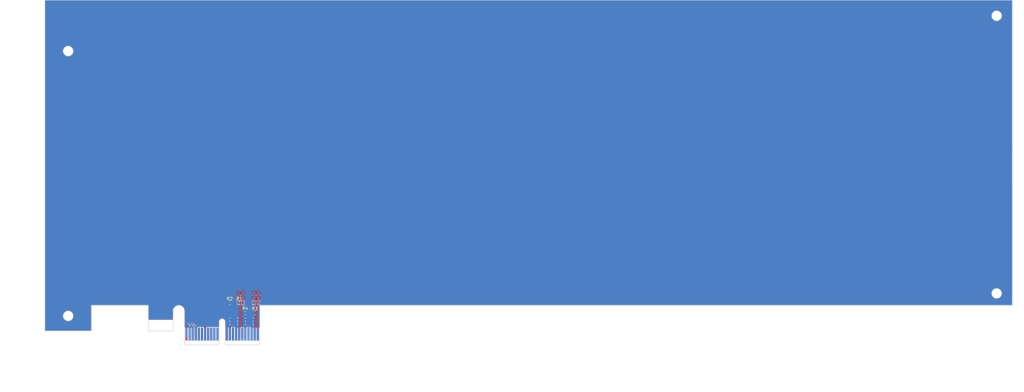
<source format=kicad_pcb>
(kicad_pcb (version 20241229) (generator "pcbnew") (generator_version "9.0")
  (layers (0 "F.Cu" signal) (4 "In1.Cu" signal) (6 "In2.Cu" signal) (2 "B.Cu" signal) (13 "F.Paste" user) (15 "B.Paste" user) (5 "F.SilkS" user "F.Silkscreen") (7 "B.SilkS" user "B.Silkscreen") (1 "F.Mask" user) (3 "B.Mask" user) (25 "Edge.Cuts" user))
  (net 0 "")
  (net 1 "GND")
  (net 2 "+12V")
  (net 3 "/PET1_P")
  (net 4 "/PET1_N")
  (net 5 "/PET0_P")
  (net 6 "/PCIexpress_connector/_PER1_N")
  (net 7 "/PCIexpress_connector/_PER0_P")
  (net 8 "/PCIexpress_connector/_PER0_N")
  (net 9 "/PET0_N")
  (net 10 "/PCIexpress_connector/_PER1_P")
  (net 11 "/PER0_N")
  (net 12 "/PER1_P")
  (net 13 "/PER1_N")
  (net 14 "/~{PRSNT1}")
  (net 15 "/TCK")
  (net 16 "/TDI")
  (net 17 "/TDO")
  (net 18 "/TMS")
  (net 19 "+3V3")
  (net 20 "/~{PERST}")
  (net 21 "/REFCLK+")
  (net 22 "/REFCLK-")
  (net 23 "/SMCLK")
  (net 24 "/SMDAT")
  (net 25 "/~{TRST}")
  (net 26 "+3.3VA")
  (net 27 "/~{WAKE}")
  (net 28 "/~{PRSNT2x1}")
  (net 29 "/PER0_P")
  (footprint "Resistor_SMD:R_0603_1608Metric" (layer "F.Cu") (at 129.1675 186.32)
    (property "Reference" "R3" (at 0 -1.43 0) (layer "F.SilkS"))
    (property "Value" "49.9")
    (fp_line (start -0.237258 -0.5225) (end 0.237258 -0.5225) (stroke (width 0.12)) (layer "F.SilkS"))
    (fp_line (start -0.237258 0.5225) (end 0.237258 0.5225) (stroke (width 0.12)) (layer "F.SilkS"))
    (pad "1" smd roundrect (at -0.825 0) (size 0.8 0.95) (layers "F.Cu" "F.Mask" "F.Paste") (net 4 "/PET1_N"))
    (pad "2" smd roundrect (at 0.825 0) (size 0.8 0.95) (layers "F.Cu" "F.Mask" "F.Paste") (net 1 "GND"))
  )
  (footprint "PCIexpress:PCIexpress_bracket_full" (layer "F.Cu") (at 106.63 196.569647)
    (property "Reference" "J1" (hide yes))
    (property "Value" "PCIexpress_bracket")
  )
  (footprint "PCIexpress:PCIexpress_x2" (layer "F.Cu") (at 106.63 196.57)
    (property "Reference" "J1" (hide yes))
    (property "Value" "PCIexpress_x2")
    (pad "A1" connect rect (at 0.5 -4) (size 0.7 3.2) (layers "B.Cu") (net 14 "/~{PRSNT1}"))
    (pad "A2" connect rect (at 1.5 -3.5) (size 0.7 4.2) (layers "B.Cu") (net 2 "+12V"))
    (pad "A3" connect rect (at 2.5 -3.5) (size 0.7 4.2) (layers "B.Cu") (net 2 "+12V"))
    (pad "A4" connect rect (at 3.5 -3.5) (size 0.7 4.2) (layers "B.Cu") (net 1 "GND"))
    (pad "A5" connect rect (at 4.5 -3.5) (size 0.7 4.2) (layers "B.Cu") (net 15 "/TCK"))
    (pad "A6" connect rect (at 5.5 -3.5) (size 0.7 4.2) (layers "B.Cu") (net 16 "/TDI"))
    (pad "A7" connect rect (at 6.5 -3.5) (size 0.7 4.2) (layers "B.Cu") (net 17 "/TDO"))
    (pad "A8" connect rect (at 7.5 -3.5) (size 0.7 4.2) (layers "B.Cu") (net 18 "/TMS"))
    (pad "A9" connect rect (at 8.5 -3.5) (size 0.7 4.2) (layers "B.Cu") (net 19 "+3V3"))
    (pad "A10" connect rect (at 9.5 -3.5) (size 0.7 4.2) (layers "B.Cu") (net 19 "+3V3"))
    (pad "A11" connect rect (at 10.5 -3.5) (size 0.7 4.2) (layers "B.Cu") (net 20 "/~{PERST}"))
    (pad "A12" connect rect (at 13.5 -3.5) (size 0.7 4.2) (layers "B.Cu") (net 1 "GND"))
    (pad "A13" connect rect (at 14.5 -3.5) (size 0.7 4.2) (layers "B.Cu") (net 21 "/REFCLK+"))
    (pad "A14" connect rect (at 15.5 -3.5) (size 0.7 4.2) (layers "B.Cu") (net 22 "/REFCLK-"))
    (pad "A15" connect rect (at 16.5 -3.5) (size 0.7 4.2) (layers "B.Cu") (net 1 "GND"))
    (pad "A16" connect rect (at 17.5 -3.5) (size 0.7 4.2) (layers "B.Cu") (net 7 "/PCIexpress_connector/_PER0_P"))
    (pad "A17" connect rect (at 18.5 -3.5) (size 0.7 4.2) (layers "B.Cu") (net 8 "/PCIexpress_connector/_PER0_N"))
    (pad "A18" connect rect (at 19.5 -3.5) (size 0.7 4.2) (layers "B.Cu") (net 1 "GND"))
    (pad "A19" connect rect (at 20.5 -3.5) (size 0.7 4.2) (layers "B.Cu"))
    (pad "A20" connect rect (at 21.5 -3.5) (size 0.7 4.2) (layers "B.Cu") (net 1 "GND"))
    (pad "A21" connect rect (at 22.5 -3.5) (size 0.7 4.2) (layers "B.Cu") (net 10 "/PCIexpress_connector/_PER1_P"))
    (pad "A22" connect rect (at 23.5 -3.5) (size 0.7 4.2) (layers "B.Cu") (net 6 "/PCIexpress_connector/_PER1_N"))
    (pad "B1" connect rect (at 0.5 -3.5) (size 0.7 4.2) (layers "F.Cu") (net 2 "+12V"))
    (pad "B2" connect rect (at 1.5 -3.5) (size 0.7 4.2) (layers "F.Cu") (net 2 "+12V"))
    (pad "B3" connect rect (at 2.5 -3.5) (size 0.7 4.2) (layers "F.Cu") (net 2 "+12V"))
    (pad "B4" connect rect (at 3.5 -3.5) (size 0.7 4.2) (layers "F.Cu") (net 1 "GND"))
    (pad "B5" connect rect (at 4.5 -3.5) (size 0.7 4.2) (layers "F.Cu") (net 23 "/SMCLK"))
    (pad "B6" connect rect (at 5.5 -3.5) (size 0.7 4.2) (layers "F.Cu") (net 24 "/SMDAT"))
    (pad "B7" connect rect (at 6.5 -3.5) (size 0.7 4.2) (layers "F.Cu") (net 1 "GND"))
    (pad "B8" connect rect (at 7.5 -3.5) (size 0.7 4.2) (layers "F.Cu") (net 19 "+3V3"))
    (pad "B9" connect rect (at 8.5 -3.5) (size 0.7 4.2) (layers "F.Cu") (net 25 "/~{TRST}"))
    (pad "B10" connect rect (at 9.5 -3.5) (size 0.7 4.2) (layers "F.Cu") (net 26 "+3.3VA"))
    (pad "B11" connect rect (at 10.5 -3.5) (size 0.7 4.2) (layers "F.Cu") (net 27 "/~{WAKE}"))
    (pad "B12" connect rect (at 13.5 -3.5) (size 0.7 4.2) (layers "F.Cu"))
    (pad "B13" connect rect (at 14.5 -3.5) (size 0.7 4.2) (layers "F.Cu") (net 1 "GND"))
    (pad "B14" connect rect (at 15.5 -3.5) (size 0.7 4.2) (layers "F.Cu") (net 5 "/PET0_P"))
    (pad "B15" connect rect (at 16.5 -3.5) (size 0.7 4.2) (layers "F.Cu") (net 9 "/PET0_N"))
    (pad "B16" connect rect (at 17.5 -3.5) (size 0.7 4.2) (layers "F.Cu") (net 1 "GND"))
    (pad "B17" connect rect (at 18.5 -4) (size 0.7 3.2) (layers "F.Cu") (net 28 "/~{PRSNT2x1}"))
    (pad "B18" connect rect (at 19.5 -3.5) (size 0.7 4.2) (layers "F.Cu") (net 1 "GND"))
    (pad "B19" connect rect (at 20.5 -3.5) (size 0.7 4.2) (layers "F.Cu") (net 3 "/PET1_P"))
    (pad "B20" connect rect (at 21.5 -3.5) (size 0.7 4.2) (layers "F.Cu") (net 4 "/PET1_N"))
    (pad "B21" connect rect (at 22.5 -3.5) (size 0.7 4.2) (layers "F.Cu") (net 1 "GND"))
    (pad "B22" connect rect (at 23.5 -3.5) (size 0.7 4.2) (layers "F.Cu") (net 1 "GND"))
  )
  (footprint "Resistor_SMD:R_0603_1608Metric" (layer "F.Cu") (at 126.0925 186.32 180)
    (property "Reference" "R4" (at 0 1.505 0) (layer "F.SilkS"))
    (property "Value" "49.9")
    (fp_line (start -0.237258 0.5225) (end 0.237258 0.5225) (stroke (width 0.12)) (layer "F.SilkS"))
    (fp_line (start -0.237258 -0.5225) (end 0.237258 -0.5225) (stroke (width 0.12)) (layer "F.SilkS"))
    (pad "1" smd roundrect (at -0.825 0 180) (size 0.8 0.95) (layers "F.Cu" "F.Mask" "F.Paste") (net 3 "/PET1_P"))
    (pad "2" smd roundrect (at 0.825 0 180) (size 0.8 0.95) (layers "F.Cu" "F.Mask" "F.Paste") (net 1 "GND"))
  )
  (footprint "Resistor_SMD:R_0603_1608Metric" (layer "F.Cu") (at 121.0925 183.07 180)
    (property "Reference" "R2" (at 0 1.365 0) (layer "F.SilkS"))
    (property "Value" "49.9")
    (fp_line (start -0.237258 0.5225) (end 0.237258 0.5225) (stroke (width 0.12)) (layer "F.SilkS"))
    (fp_line (start -0.237258 -0.5225) (end 0.237258 -0.5225) (stroke (width 0.12)) (layer "F.SilkS"))
    (pad "1" smd roundrect (at -0.825 0 180) (size 0.8 0.95) (layers "F.Cu" "F.Mask" "F.Paste") (net 5 "/PET0_P"))
    (pad "2" smd roundrect (at 0.825 0 180) (size 0.8 0.95) (layers "F.Cu" "F.Mask" "F.Paste") (net 1 "GND"))
  )
  (footprint "Resistor_SMD:R_0603_1608Metric" (layer "F.Cu") (at 124.1675 183.07)
    (property "Reference" "R1" (at 0 -1.43 0) (layer "F.SilkS"))
    (property "Value" "49.9")
    (fp_line (start -0.237258 -0.5225) (end 0.237258 -0.5225) (stroke (width 0.12)) (layer "F.SilkS"))
    (fp_line (start -0.237258 0.5225) (end 0.237258 0.5225) (stroke (width 0.12)) (layer "F.SilkS"))
    (pad "1" smd roundrect (at -0.825 0) (size 0.8 0.95) (layers "F.Cu" "F.Mask" "F.Paste") (net 9 "/PET0_N"))
    (pad "2" smd roundrect (at 0.825 0) (size 0.8 0.95) (layers "F.Cu" "F.Mask" "F.Paste") (net 1 "GND"))
  )
  (footprint "Capacitor_SMD:C_0603_1608Metric" (layer "B.Cu") (at 125.38 180.5575 90)
    (property "Reference" "C2" (at -2.4275 0.005 90) (layer "B.SilkS") (effects (justify mirror)))
    (property "Value" "100n")
    (fp_line (start -0.14058 -0.51) (end 0.14058 -0.51) (stroke (width 0.12)) (layer "B.SilkS"))
    (fp_line (start -0.14058 0.51) (end 0.14058 0.51) (stroke (width 0.12)) (layer "B.SilkS"))
    (pad "1" smd roundrect (at -0.775 0 90) (size 0.9 0.95) (layers "B.Cu" "B.Mask" "B.Paste") (net 8 "/PCIexpress_connector/_PER0_N"))
    (pad "2" smd roundrect (at 0.775 0 90) (size 0.9 0.95) (layers "B.Cu" "B.Mask" "B.Paste") (net 11 "/PER0_N"))
  )
  (footprint "Capacitor_SMD:C_0603_1608Metric" (layer "B.Cu") (at 130.38 180.5575 90)
    (property "Reference" "C4" (at -2.4125 0.005 90) (layer "B.SilkS") (effects (justify mirror)))
    (property "Value" "100n")
    (fp_line (start -0.14058 -0.51) (end 0.14058 -0.51) (stroke (width 0.12)) (layer "B.SilkS"))
    (fp_line (start -0.14058 0.51) (end 0.14058 0.51) (stroke (width 0.12)) (layer "B.SilkS"))
    (pad "1" smd roundrect (at -0.775 0 90) (size 0.9 0.95) (layers "B.Cu" "B.Mask" "B.Paste") (net 6 "/PCIexpress_connector/_PER1_N"))
    (pad "2" smd roundrect (at 0.775 0 90) (size 0.9 0.95) (layers "B.Cu" "B.Mask" "B.Paste") (net 13 "/PER1_N"))
  )
  (footprint "Capacitor_SMD:C_0603_1608Metric" (layer "B.Cu") (at 123.88 180.5575 -90)
    (property "Reference" "C1" (at 2.4375 0 270) (layer "B.SilkS") (effects (justify mirror)))
    (property "Value" "100n")
    (fp_line (start -0.14058 0.51) (end 0.14058 0.51) (stroke (width 0.12)) (layer "B.SilkS"))
    (fp_line (start -0.14058 -0.51) (end 0.14058 -0.51) (stroke (width 0.12)) (layer "B.SilkS"))
    (pad "1" smd roundrect (at -0.775 0 270) (size 0.9 0.95) (layers "B.Cu" "B.Mask" "B.Paste") (net 29 "/PER0_P"))
    (pad "2" smd roundrect (at 0.775 0 270) (size 0.9 0.95) (layers "B.Cu" "B.Mask" "B.Paste") (net 7 "/PCIexpress_connector/_PER0_P"))
  )
  (footprint "Capacitor_SMD:C_0603_1608Metric" (layer "B.Cu") (at 128.88 180.5575 -90)
    (property "Reference" "C3" (at 2.4125 0 90) (layer "B.SilkS") (effects (justify mirror)))
    (property "Value" "100n")
    (fp_line (start -0.14058 0.51) (end 0.14058 0.51) (stroke (width 0.12)) (layer "B.SilkS"))
    (fp_line (start -0.14058 -0.51) (end 0.14058 -0.51) (stroke (width 0.12)) (layer "B.SilkS"))
    (pad "1" smd roundrect (at -0.775 0 270) (size 0.9 0.95) (layers "B.Cu" "B.Mask" "B.Paste") (net 12 "/PER1_P"))
    (pad "2" smd roundrect (at 0.775 0 270) (size 0.9 0.95) (layers "B.Cu" "B.Mask" "B.Paste") (net 10 "/PCIexpress_connector/_PER1_P"))
  )
  (gr_line (start 106.48 196.07) (end 106.98 196.57) (stroke (width 0.15)) (layer "Edge.Cuts"))
  (gr_line (start 373.4827 183.82) (end 373.48 85.42) (stroke (width 0.15)) (layer "Edge.Cuts"))
  (gr_line (start 119.58 189.12) (end 119.58 196.07) (stroke (width 0.15)) (layer "Edge.Cuts"))
  (gr_line (start 117.18 196.57) (end 117.68 196.07) (stroke (width 0.15)) (layer "Edge.Cuts"))
  (gr_line (start 94.83 192.07) (end 102.83 192.07) (stroke (width 0.15)) (layer "Edge.Cuts"))
  (gr_line (start 61.48 192.07) (end 76.48 192.07) (stroke (width 0.15)) (layer "Edge.Cuts"))
  (gr_line (start 106.98 196.57) (end 117.18 196.57) (stroke (width 0.15)) (layer "Edge.Cuts"))
  (gr_arc (start 117.68 189.12) (mid 118.63 188.17) (end 119.58 189.12) (stroke (width 0.15)) (layer "Edge.Cuts"))
  (gr_line (start 130.28 196.57) (end 130.78 196.07) (stroke (width 0.15)) (layer "Edge.Cuts"))
  (gr_circle (center 368.4 179.97) (end 370 179.97) (stroke (width 0.15)) (fill no) (layer "Edge.Cuts"))
  (gr_line (start 76.48 192.07) (end 76.48 183.82) (stroke (width 0.15)) (layer "Edge.Cuts"))
  (gr_line (start 117.68 196.07) (end 117.68 189.12) (stroke (width 0.15)) (layer "Edge.Cuts"))
  (gr_line (start 61.48 85.42) (end 61.48 192.07) (stroke (width 0.15)) (layer "Edge.Cuts"))
  (gr_line (start 94.83 183.82) (end 94.83 192.07) (stroke (width 0.15)) (layer "Edge.Cuts"))
  (gr_line (start 130.78 183.82) (end 373.4827 183.82) (stroke (width 0.15)) (layer "Edge.Cuts"))
  (gr_line (start 130.78 196.07) (end 130.78 183.82) (stroke (width 0.15)) (layer "Edge.Cuts"))
  (gr_line (start 76.48 183.82) (end 94.83 183.82) (stroke (width 0.15)) (layer "Edge.Cuts"))
  (gr_circle (center 368.4 90.44) (end 370 90.44) (stroke (width 0.15)) (fill no) (layer "Edge.Cuts"))
  (gr_line (start 373.48 85.42) (end 61.48 85.42) (stroke (width 0.15)) (layer "Edge.Cuts"))
  (gr_line (start 120.08 196.57) (end 130.28 196.57) (stroke (width 0.15)) (layer "Edge.Cuts"))
  (gr_line (start 102.83 192.07) (end 102.83 185.645) (stroke (width 0.15)) (layer "Edge.Cuts"))
  (gr_arc (start 102.83 185.645) (mid 104.655 183.82) (end 106.48 185.645) (stroke (width 0.15)) (layer "Edge.Cuts"))
  (gr_line (start 119.58 196.07) (end 120.08 196.57) (stroke (width 0.15)) (layer "Edge.Cuts"))
  (gr_circle (center 68.98 101.82) (end 70.58 101.82) (stroke (width 0.15)) (fill no) (layer "Edge.Cuts"))
  (gr_line (start 106.48 185.645) (end 106.48 196.07) (stroke (width 0.15)) (layer "Edge.Cuts"))
  (gr_circle (center 68.98 187.22) (end 70.58 187.22) (stroke (width 0.15)) (fill no) (layer "Edge.Cuts"))
  (target plus (at 106.63 196.57) (size 5) (width 0.05) (layer "Edge.Cuts"))
  (segment (start 110.13 193.07) (end 110.13 190.445) (width 0.7) (layer "F.Cu") (net 1))
  (segment (start 110.13 190.57) (end 110.13 190.57) (width 0.7) (layer "F.Cu") (net 1))
  (via (at 121.13 187.945) (size 0.55) (drill 0.3) (layers "F.Cu" "B.Cu") (net 1))
  (via (at 123.63 188.945) (size 0.55) (drill 0.3) (layers "F.Cu" "B.Cu") (net 1))
  (via (at 121.13 188.945) (size 0.55) (drill 0.3) (layers "F.Cu" "B.Cu") (net 1))
  (via (at 121.13 189.945) (size 0.55) (drill 0.3) (layers "F.Cu" "B.Cu") (net 1))
  (via (at 128.63 188.945) (size 0.55) (drill 0.3) (layers "F.Cu" "B.Cu") (net 1))
  (via (at 123.63 189.945) (size 0.55) (drill 0.3) (layers "F.Cu" "B.Cu") (net 1))
  (via (at 128.63 189.945) (size 0.55) (drill 0.3) (layers "F.Cu" "B.Cu") (net 1))
  (via (at 126.13 189.945) (size 0.55) (drill 0.3) (layers "F.Cu" "B.Cu") (net 1))
  (via (at 128.63 187.945) (size 0.55) (drill 0.3) (layers "F.Cu" "B.Cu") (net 1))
  (via (at 126.13 187.945) (size 0.55) (drill 0.3) (layers "F.Cu" "B.Cu") (net 1))
  (via (at 123.63 187.945) (size 0.55) (drill 0.3) (layers "F.Cu" "B.Cu") (net 1))
  (via (at 126.13 188.945) (size 0.55) (drill 0.3) (layers "F.Cu" "B.Cu") (net 1))
  (via (at 110.13 190.445) (size 0.55) (drill 0.3) (layers "F.Cu" "B.Cu") (net 1))
  (segment (start 108.13 193.07) (end 108.13 190.445) (width 0.0889) (layer "F.Cu") (net 2))
  (via (at 109.13 190.445) (size 0.55) (drill 0.3) (layers "F.Cu" "B.Cu") (net 2))
  (via (at 108.13 190.445) (size 0.55) (drill 0.3) (layers "F.Cu" "B.Cu") (net 2))
  (segment (start 127.43 190.52) (end 127.43 187.495) (width 0.2) (layer "F.Cu") (net 3))
  (segment (start 127.13 193.07) (end 127.13 190.82) (width 0.2) (layer "F.Cu") (net 3))
  (segment (start 126.9175 186.9825) (end 126.9175 186.32) (width 0.2) (layer "F.Cu") (net 3))
  (segment (start 127.43 187.495) (end 126.9175 186.9825) (width 0.2) (layer "F.Cu") (net 3))
  (segment (start 127.13 190.82) (end 127.43 190.52) (width 0.2) (layer "F.Cu") (net 3))
  (segment (start 128.13 190.82) (end 127.83 190.52) (width 0.2) (layer "F.Cu") (net 4))
  (segment (start 128.13 193.07) (end 128.13 190.82) (width 0.2) (layer "F.Cu") (net 4))
  (segment (start 127.83 190.52) (end 127.83 187.495) (width 0.2) (layer "F.Cu") (net 4))
  (segment (start 127.83 187.495) (end 128.3425 186.9825) (width 0.2) (layer "F.Cu") (net 4))
  (segment (start 128.3425 186.9825) (end 128.3425 186.32) (width 0.2) (layer "F.Cu") (net 4))
  (segment (start 122.13 193.07) (end 122.13 190.82) (width 0.2) (layer "F.Cu") (net 5))
  (segment (start 121.9175 183.71375) (end 121.9175 183.07) (width 0.2) (layer "F.Cu") (net 5))
  (segment (start 122.13 190.82) (end 122.43 190.52) (width 0.2) (layer "F.Cu") (net 5))
  (segment (start 122.43 190.52) (end 122.43 184.22625) (width 0.2) (layer "F.Cu") (net 5))
  (segment (start 122.43 184.22625) (end 121.9175 183.71375) (width 0.2) (layer "F.Cu") (net 5))
  (segment (start 130.13 193.07) (end 130.13 190.82) (width 0.2) (layer "B.Cu") (net 6))
  (segment (start 129.83 190.52) (end 129.83 182.495) (width 0.2) (layer "B.Cu") (net 6))
  (segment (start 129.83 182.495) (end 130.38 181.945) (width 0.2) (layer "B.Cu") (net 6))
  (segment (start 130.13 190.82) (end 129.83 190.52) (width 0.2) (layer "B.Cu") (net 6))
  (segment (start 130.38 181.945) (end 130.38 181.3575) (width 0.2) (layer "B.Cu") (net 6))
  (segment (start 124.43 190.52) (end 124.13 190.82) (width 0.2) (layer "B.Cu") (net 7))
  (segment (start 123.88 181.3575) (end 123.88 181.945) (width 0.2) (layer "B.Cu") (net 7))
  (segment (start 124.43 182.495) (end 124.43 190.52) (width 0.2) (layer "B.Cu") (net 7))
  (segment (start 124.13 190.82) (end 124.13 193.07) (width 0.2) (layer "B.Cu") (net 7))
  (segment (start 123.88 181.945) (end 124.43 182.495) (width 0.2) (layer "B.Cu") (net 7))
  (segment (start 124.83 190.52) (end 124.83 182.495) (width 0.2) (layer "B.Cu") (net 8))
  (segment (start 125.13 193.07) (end 125.13 190.82) (width 0.2) (layer "B.Cu") (net 8))
  (segment (start 125.13 190.82) (end 124.83 190.52) (width 0.2) (layer "B.Cu") (net 8))
  (segment (start 125.38 181.945) (end 125.38 181.3575) (width 0.2) (layer "B.Cu") (net 8))
  (segment (start 124.83 182.495) (end 125.38 181.945) (width 0.2) (layer "B.Cu") (net 8))
  (segment (start 122.83 184.245) (end 123.3425 183.7325) (width 0.2) (layer "F.Cu") (net 9))
  (segment (start 123.13 190.82) (end 122.83 190.52) (width 0.2) (layer "F.Cu") (net 9))
  (segment (start 122.83 190.52) (end 122.83 184.245) (width 0.2) (layer "F.Cu") (net 9))
  (segment (start 123.3425 183.7325) (end 123.3425 183.07) (width 0.2) (layer "F.Cu") (net 9))
  (segment (start 123.13 193.07) (end 123.13 190.82) (width 0.2) (layer "F.Cu") (net 9))
  (segment (start 128.88 181.945) (end 129.43 182.495) (width 0.2) (layer "B.Cu") (net 10))
  (segment (start 128.88 181.3575) (end 128.88 181.945) (width 0.2) (layer "B.Cu") (net 10))
  (segment (start 129.43 190.52) (end 129.13 190.82) (width 0.2) (layer "B.Cu") (net 10))
  (segment (start 129.13 190.82) (end 129.13 193.07) (width 0.2) (layer "B.Cu") (net 10))
  (segment (start 129.43 182.495) (end 129.43 190.52) (width 0.2) (layer "B.Cu") (net 10))
  (zone (net 2) (net_name "+12V") (layer "F.Cu") (priority 2) (connect_pads thru_hole_only (clearance 0)) (min_thickness 0.25) (fill yes (thermal_gap 0.508) (thermal_bridge_width 0.508))
    (polygon (pts (xy 109.63 190.971) (xy 106.38 190.971) (xy 106.38 189.945) (xy 109.63 189.945)))
  )
  (zone (net 0) (net_name "") (layers "F.Cu" "B.Cu") (connect_pads (clearance 0)) (min_thickness 0.254)
    (keepout (tracks not_allowed) (vias not_allowed) (pads allowed) (copperpour not_allowed) (footprints allowed))
    (fill (thermal_gap 0.508) (thermal_bridge_width 0.508))
    (polygon (pts (xy 94.83 188.57) (xy 102.83 188.57) (xy 102.83 192.07) (xy 94.83 192.07)))
  )
  (zone (net 1) (net_name "GND") (layers "F.Cu" "In1.Cu") (connect_pads thru_hole_only (clearance 0)) (min_thickness 0.25) (fill yes (thermal_gap 0.508) (thermal_bridge_width 0.508))
    (polygon (pts (xy 61.505 85.445) (xy 373.505 85.445) (xy 373.505 183.82) (xy 130.86 183.82) (xy 130.86 190.97) (xy 106.38 190.97) (xy 106.38 185.695) (xy 102.88 185.695) (xy 102.88 188.445) (xy 94.755 188.445) (xy 94.755 183.82) (xy 76.505 183.82) (xy 76.505 192.07) (xy 61.505 192.07)))
  )
  (zone (net 2) (net_name "+12V") (layer "B.Cu") (priority 2) (connect_pads thru_hole_only (clearance 0)) (min_thickness 0.25) (fill yes (thermal_gap 0.508) (thermal_bridge_width 0.508))
    (polygon (pts (xy 109.63 190.971) (xy 107.63 190.971) (xy 107.63 189.945) (xy 109.63 189.945)))
  )
  (zone (net 1) (net_name "GND") (layers "B.Cu" "In2.Cu") (connect_pads thru_hole_only (clearance 0)) (min_thickness 0.25) (fill yes (thermal_gap 0.508) (thermal_bridge_width 0.508))
    (polygon (pts (xy 61.505 85.445) (xy 373.505 85.445) (xy 373.505 183.82) (xy 130.86 183.82) (xy 130.86 190.97) (xy 106.38 190.97) (xy 106.38 185.695) (xy 102.88 185.695) (xy 102.88 188.445) (xy 94.755 188.445) (xy 94.755 183.82) (xy 76.505 183.82) (xy 76.505 192.07) (xy 61.505 192.07)))
  )
)
</source>
